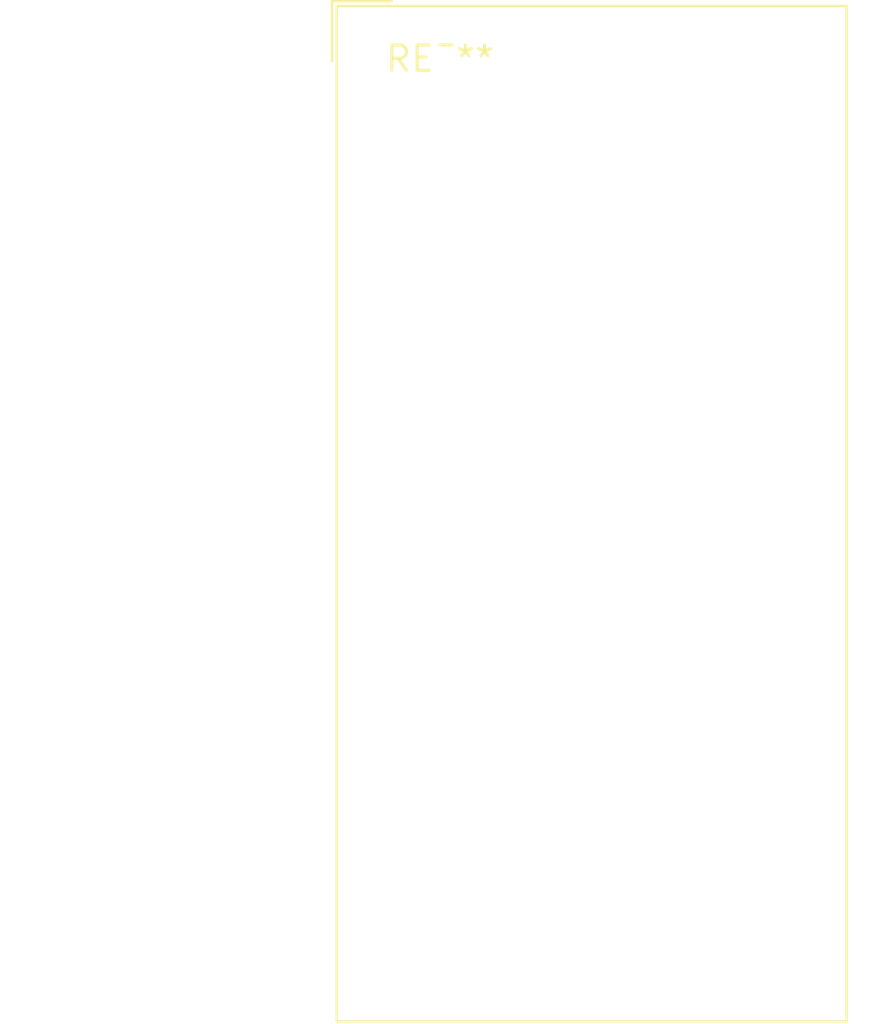
<source format=kicad_pcb>
(kicad_pcb (version 20240108) (generator pcbnew)
  (layers (0 "F.Cu" signal) (31 "B.Cu" signal) (34 "B.Paste" user) (35 "F.Paste" user) (36 "B.SilkS" user "B.Silkscreen") (37 "F.SilkS" user "F.Silkscreen") (38 "B.Mask" user) (39 "F.Mask" user) (44 "Edge.Cuts" user))
  (net 0 "")
  (footprint "Converter_DCDC_TRACO_THB10-xxxx_Dual_THT" (layer "F.Cu") (at 0 0)
    (property "Reference" "REF**")
    (property "Value" "Converter_DCDC_TRACO_THB10-xxxx_Dual_THT")
    (fp_line (start -5.43 -2.89) (end -2.43 -2.89) (layer "F.SilkS") (stroke (width 0.12)))
    (fp_line (start -5.43 0.11) (end -5.43 -2.89) (layer "F.SilkS") (stroke (width 0.12)))
    (fp_line (start -5.19 -2.65) (end -5.19 48.37) (layer "F.SilkS") (stroke (width 0.12)))
    (fp_line (start -5.19 -2.65) (end 20.43 -2.65) (layer "F.SilkS") (stroke (width 0.12)))
    (fp_line (start -5.19 48.37) (end 20.43 48.37) (layer "F.SilkS") (stroke (width 0.12)))
    (fp_line (start 20.43 -2.65) (end 20.43 48.37) (layer "F.SilkS") (stroke (width 0.12)))
    (pad "1" thru_hole rect (at 0 0) (size 2.3 2.3) (drill 1.3) (layers *.Cu *.Mask) (remove_unused_layers))
    (pad "2" thru_hole circle (at 5.08 0) (size 2.3 2.3) (drill 1.3) (layers *.Cu *.Mask) (remove_unused_layers))
    (pad "3" thru_hole circle (at -2.54 45.72) (size 2.3 2.3) (drill 1.3) (layers *.Cu *.Mask) (remove_unused_layers))
    (pad "4" thru_hole circle (at 7.62 45.72) (size 2.3 2.3) (drill 1.3) (layers *.Cu *.Mask) (remove_unused_layers))
    (pad "5" thru_hole circle (at 17.78 45.72) (size 2.3 2.3) (drill 1.3) (layers *.Cu *.Mask) (remove_unused_layers))
  )
)
</source>
